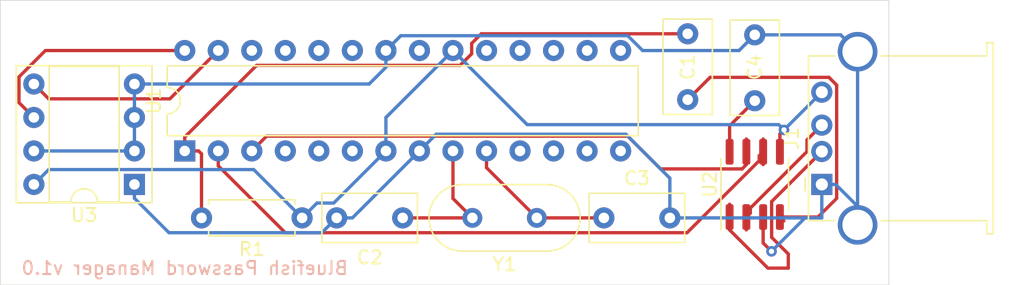
<source format=kicad_pcb>
(kicad_pcb (version 20171130) (host pcbnew 5.1.5)

  (general
    (thickness 1.6)
    (drawings 6)
    (tracks 122)
    (zones 0)
    (modules 10)
    (nets 31)
  )

  (page A4)
  (layers
    (0 F.Cu signal)
    (31 B.Cu signal)
    (32 B.Adhes user)
    (33 F.Adhes user)
    (34 B.Paste user)
    (35 F.Paste user)
    (36 B.SilkS user)
    (37 F.SilkS user)
    (38 B.Mask user)
    (39 F.Mask user)
    (40 Dwgs.User user)
    (41 Cmts.User user)
    (42 Eco1.User user)
    (43 Eco2.User user)
    (44 Edge.Cuts user)
    (45 Margin user)
    (46 B.CrtYd user)
    (47 F.CrtYd user)
    (48 B.Fab user)
    (49 F.Fab user)
  )

  (setup
    (last_trace_width 0.25)
    (trace_clearance 0.2)
    (zone_clearance 0.508)
    (zone_45_only no)
    (trace_min 0.2)
    (via_size 0.8)
    (via_drill 0.4)
    (via_min_size 0.4)
    (via_min_drill 0.3)
    (uvia_size 0.3)
    (uvia_drill 0.1)
    (uvias_allowed no)
    (uvia_min_size 0.2)
    (uvia_min_drill 0.1)
    (edge_width 0.05)
    (segment_width 0.2)
    (pcb_text_width 0.3)
    (pcb_text_size 1.5 1.5)
    (mod_edge_width 0.12)
    (mod_text_size 1 1)
    (mod_text_width 0.15)
    (pad_size 1.524 1.524)
    (pad_drill 0.762)
    (pad_to_mask_clearance 0.051)
    (solder_mask_min_width 0.25)
    (aux_axis_origin 0 0)
    (visible_elements FFFFFF7F)
    (pcbplotparams
      (layerselection 0x010fc_ffffffff)
      (usegerberextensions true)
      (usegerberattributes false)
      (usegerberadvancedattributes false)
      (creategerberjobfile false)
      (excludeedgelayer true)
      (linewidth 0.100000)
      (plotframeref false)
      (viasonmask false)
      (mode 1)
      (useauxorigin false)
      (hpglpennumber 1)
      (hpglpenspeed 20)
      (hpglpendiameter 15.000000)
      (psnegative false)
      (psa4output false)
      (plotreference true)
      (plotvalue true)
      (plotinvisibletext false)
      (padsonsilk false)
      (subtractmaskfromsilk false)
      (outputformat 1)
      (mirror false)
      (drillshape 0)
      (scaleselection 1)
      (outputdirectory "/home/howard/repos/arduino/bluefish-firmware/bluefish-hardware/"))
  )

  (net 0 "")
  (net 1 "Net-(C1-Pad1)")
  (net 2 "Net-(C1-Pad2)")
  (net 3 GND)
  (net 4 "Net-(C2-Pad1)")
  (net 5 "Net-(C3-Pad1)")
  (net 6 "Net-(C4-Pad1)")
  (net 7 "Net-(J1-Pad2)")
  (net 8 "Net-(J1-Pad3)")
  (net 9 +5V)
  (net 10 "Net-(U1-Pad15)")
  (net 11 "Net-(U1-Pad2)")
  (net 12 "Net-(U1-Pad16)")
  (net 13 "Net-(U1-Pad3)")
  (net 14 "Net-(U1-Pad17)")
  (net 15 "Net-(U1-Pad4)")
  (net 16 "Net-(U1-Pad18)")
  (net 17 "Net-(U1-Pad5)")
  (net 18 "Net-(U1-Pad19)")
  (net 19 "Net-(U1-Pad6)")
  (net 20 "Net-(U1-Pad21)")
  (net 21 "Net-(U1-Pad23)")
  (net 22 "Net-(U1-Pad24)")
  (net 23 "Net-(U1-Pad11)")
  (net 24 "Net-(U1-Pad25)")
  (net 25 "Net-(U1-Pad12)")
  (net 26 "Net-(U1-Pad26)")
  (net 27 "Net-(U1-Pad13)")
  (net 28 "Net-(U1-Pad27)")
  (net 29 "Net-(U1-Pad14)")
  (net 30 "Net-(U1-Pad28)")

  (net_class Default "This is the default net class."
    (clearance 0.2)
    (trace_width 0.25)
    (via_dia 0.8)
    (via_drill 0.4)
    (uvia_dia 0.3)
    (uvia_drill 0.1)
    (add_net +5V)
    (add_net GND)
    (add_net "Net-(C1-Pad1)")
    (add_net "Net-(C1-Pad2)")
    (add_net "Net-(C2-Pad1)")
    (add_net "Net-(C3-Pad1)")
    (add_net "Net-(C4-Pad1)")
    (add_net "Net-(J1-Pad2)")
    (add_net "Net-(J1-Pad3)")
    (add_net "Net-(U1-Pad11)")
    (add_net "Net-(U1-Pad12)")
    (add_net "Net-(U1-Pad13)")
    (add_net "Net-(U1-Pad14)")
    (add_net "Net-(U1-Pad15)")
    (add_net "Net-(U1-Pad16)")
    (add_net "Net-(U1-Pad17)")
    (add_net "Net-(U1-Pad18)")
    (add_net "Net-(U1-Pad19)")
    (add_net "Net-(U1-Pad2)")
    (add_net "Net-(U1-Pad21)")
    (add_net "Net-(U1-Pad23)")
    (add_net "Net-(U1-Pad24)")
    (add_net "Net-(U1-Pad25)")
    (add_net "Net-(U1-Pad26)")
    (add_net "Net-(U1-Pad27)")
    (add_net "Net-(U1-Pad28)")
    (add_net "Net-(U1-Pad3)")
    (add_net "Net-(U1-Pad4)")
    (add_net "Net-(U1-Pad5)")
    (add_net "Net-(U1-Pad6)")
  )

  (module Package_SO:SOIC-8_3.9x4.9mm_P1.27mm (layer F.Cu) (tedit 5D9F72B1) (tstamp 5E4ED591)
    (at 189.23 99.06 90)
    (descr "SOIC, 8 Pin (JEDEC MS-012AA, https://www.analog.com/media/en/package-pcb-resources/package/pkg_pdf/soic_narrow-r/r_8.pdf), generated with kicad-footprint-generator ipc_gullwing_generator.py")
    (tags "SOIC SO")
    (path /5E50CCC2)
    (attr smd)
    (fp_text reference U2 (at 0 -3.4 90) (layer F.SilkS)
      (effects (font (size 1 1) (thickness 0.15)))
    )
    (fp_text value CH330N (at 0 3.4 90) (layer F.Fab)
      (effects (font (size 1 1) (thickness 0.15)))
    )
    (fp_line (start 0 2.56) (end 1.95 2.56) (layer F.SilkS) (width 0.12))
    (fp_line (start 0 2.56) (end -1.95 2.56) (layer F.SilkS) (width 0.12))
    (fp_line (start 0 -2.56) (end 1.95 -2.56) (layer F.SilkS) (width 0.12))
    (fp_line (start 0 -2.56) (end -3.45 -2.56) (layer F.SilkS) (width 0.12))
    (fp_line (start -0.975 -2.45) (end 1.95 -2.45) (layer F.Fab) (width 0.1))
    (fp_line (start 1.95 -2.45) (end 1.95 2.45) (layer F.Fab) (width 0.1))
    (fp_line (start 1.95 2.45) (end -1.95 2.45) (layer F.Fab) (width 0.1))
    (fp_line (start -1.95 2.45) (end -1.95 -1.475) (layer F.Fab) (width 0.1))
    (fp_line (start -1.95 -1.475) (end -0.975 -2.45) (layer F.Fab) (width 0.1))
    (fp_line (start -3.7 -2.7) (end -3.7 2.7) (layer F.CrtYd) (width 0.05))
    (fp_line (start -3.7 2.7) (end 3.7 2.7) (layer F.CrtYd) (width 0.05))
    (fp_line (start 3.7 2.7) (end 3.7 -2.7) (layer F.CrtYd) (width 0.05))
    (fp_line (start 3.7 -2.7) (end -3.7 -2.7) (layer F.CrtYd) (width 0.05))
    (pad 1 smd roundrect (at -2.475 -1.905 90) (size 1.95 0.6) (layers F.Cu F.Paste F.Mask) (roundrect_rratio 0.25)
      (net 7 "Net-(J1-Pad2)"))
    (pad 2 smd roundrect (at -2.475 -0.635 90) (size 1.95 0.6) (layers F.Cu F.Paste F.Mask) (roundrect_rratio 0.25)
      (net 8 "Net-(J1-Pad3)"))
    (pad 3 smd roundrect (at -2.475 0.635 90) (size 1.95 0.6) (layers F.Cu F.Paste F.Mask) (roundrect_rratio 0.25)
      (net 3 GND))
    (pad 4 smd roundrect (at -2.475 1.905 90) (size 1.95 0.6) (layers F.Cu F.Paste F.Mask) (roundrect_rratio 0.25)
      (net 2 "Net-(C1-Pad2)"))
    (pad 5 smd roundrect (at 2.475 1.905 90) (size 1.95 0.6) (layers F.Cu F.Paste F.Mask) (roundrect_rratio 0.25)
      (net 9 +5V))
    (pad 6 smd roundrect (at 2.475 0.635 90) (size 1.95 0.6) (layers F.Cu F.Paste F.Mask) (roundrect_rratio 0.25)
      (net 11 "Net-(U1-Pad2)"))
    (pad 7 smd roundrect (at 2.475 -0.635 90) (size 1.95 0.6) (layers F.Cu F.Paste F.Mask) (roundrect_rratio 0.25)
      (net 13 "Net-(U1-Pad3)"))
    (pad 8 smd roundrect (at 2.475 -1.905 90) (size 1.95 0.6) (layers F.Cu F.Paste F.Mask) (roundrect_rratio 0.25)
      (net 6 "Net-(C4-Pad1)"))
    (model ${KISYS3DMOD}/Package_SO.3dshapes/SOIC-8_3.9x4.9mm_P1.27mm.wrl
      (at (xyz 0 0 0))
      (scale (xyz 1 1 1))
      (rotate (xyz 0 0 0))
    )
  )

  (module Capacitor_THT:C_Rect_L7.0mm_W3.5mm_P5.00mm (layer F.Cu) (tedit 5AE50EF0) (tstamp 5E4ED4C3)
    (at 184.15 87.63 270)
    (descr "C, Rect series, Radial, pin pitch=5.00mm, , length*width=7*3.5mm^2, Capacitor")
    (tags "C Rect series Radial pin pitch 5.00mm  length 7mm width 3.5mm Capacitor")
    (path /5E4FB3AA)
    (fp_text reference C1 (at 2.54 0 90) (layer F.SilkS)
      (effects (font (size 1 1) (thickness 0.15)))
    )
    (fp_text value 104 (at 2.5 3 90) (layer F.Fab)
      (effects (font (size 1 1) (thickness 0.15)))
    )
    (fp_line (start -1 -1.75) (end -1 1.75) (layer F.Fab) (width 0.1))
    (fp_line (start -1 1.75) (end 6 1.75) (layer F.Fab) (width 0.1))
    (fp_line (start 6 1.75) (end 6 -1.75) (layer F.Fab) (width 0.1))
    (fp_line (start 6 -1.75) (end -1 -1.75) (layer F.Fab) (width 0.1))
    (fp_line (start -1.12 -1.87) (end 6.12 -1.87) (layer F.SilkS) (width 0.12))
    (fp_line (start -1.12 1.87) (end 6.12 1.87) (layer F.SilkS) (width 0.12))
    (fp_line (start -1.12 -1.87) (end -1.12 1.87) (layer F.SilkS) (width 0.12))
    (fp_line (start 6.12 -1.87) (end 6.12 1.87) (layer F.SilkS) (width 0.12))
    (fp_line (start -1.25 -2) (end -1.25 2) (layer F.CrtYd) (width 0.05))
    (fp_line (start -1.25 2) (end 6.25 2) (layer F.CrtYd) (width 0.05))
    (fp_line (start 6.25 2) (end 6.25 -2) (layer F.CrtYd) (width 0.05))
    (fp_line (start 6.25 -2) (end -1.25 -2) (layer F.CrtYd) (width 0.05))
    (fp_text user %R (at 2.5 0 90) (layer F.Fab)
      (effects (font (size 1 1) (thickness 0.15)))
    )
    (pad 1 thru_hole circle (at 0 0 270) (size 1.6 1.6) (drill 0.8) (layers *.Cu *.Mask)
      (net 1 "Net-(C1-Pad1)"))
    (pad 2 thru_hole circle (at 5 0 270) (size 1.6 1.6) (drill 0.8) (layers *.Cu *.Mask)
      (net 2 "Net-(C1-Pad2)"))
    (model ${KISYS3DMOD}/Capacitor_THT.3dshapes/C_Rect_L7.0mm_W3.5mm_P5.00mm.wrl
      (at (xyz 0 0 0))
      (scale (xyz 1 1 1))
      (rotate (xyz 0 0 0))
    )
  )

  (module Capacitor_THT:C_Rect_L7.0mm_W3.5mm_P5.00mm (layer F.Cu) (tedit 5AE50EF0) (tstamp 5E4ED4D6)
    (at 162.56 101.6 180)
    (descr "C, Rect series, Radial, pin pitch=5.00mm, , length*width=7*3.5mm^2, Capacitor")
    (tags "C Rect series Radial pin pitch 5.00mm  length 7mm width 3.5mm Capacitor")
    (path /5DD4AFAF)
    (fp_text reference C2 (at 2.5 -3) (layer F.SilkS)
      (effects (font (size 1 1) (thickness 0.15)))
    )
    (fp_text value 200 (at 2.5 3) (layer F.Fab)
      (effects (font (size 1 1) (thickness 0.15)))
    )
    (fp_text user %R (at 2.5 0) (layer F.Fab)
      (effects (font (size 1 1) (thickness 0.15)))
    )
    (fp_line (start 6.25 -2) (end -1.25 -2) (layer F.CrtYd) (width 0.05))
    (fp_line (start 6.25 2) (end 6.25 -2) (layer F.CrtYd) (width 0.05))
    (fp_line (start -1.25 2) (end 6.25 2) (layer F.CrtYd) (width 0.05))
    (fp_line (start -1.25 -2) (end -1.25 2) (layer F.CrtYd) (width 0.05))
    (fp_line (start 6.12 -1.87) (end 6.12 1.87) (layer F.SilkS) (width 0.12))
    (fp_line (start -1.12 -1.87) (end -1.12 1.87) (layer F.SilkS) (width 0.12))
    (fp_line (start -1.12 1.87) (end 6.12 1.87) (layer F.SilkS) (width 0.12))
    (fp_line (start -1.12 -1.87) (end 6.12 -1.87) (layer F.SilkS) (width 0.12))
    (fp_line (start 6 -1.75) (end -1 -1.75) (layer F.Fab) (width 0.1))
    (fp_line (start 6 1.75) (end 6 -1.75) (layer F.Fab) (width 0.1))
    (fp_line (start -1 1.75) (end 6 1.75) (layer F.Fab) (width 0.1))
    (fp_line (start -1 -1.75) (end -1 1.75) (layer F.Fab) (width 0.1))
    (pad 2 thru_hole circle (at 5 0 180) (size 1.6 1.6) (drill 0.8) (layers *.Cu *.Mask)
      (net 3 GND))
    (pad 1 thru_hole circle (at 0 0 180) (size 1.6 1.6) (drill 0.8) (layers *.Cu *.Mask)
      (net 4 "Net-(C2-Pad1)"))
    (model ${KISYS3DMOD}/Capacitor_THT.3dshapes/C_Rect_L7.0mm_W3.5mm_P5.00mm.wrl
      (at (xyz 0 0 0))
      (scale (xyz 1 1 1))
      (rotate (xyz 0 0 0))
    )
  )

  (module Capacitor_THT:C_Rect_L7.0mm_W3.5mm_P5.00mm (layer F.Cu) (tedit 5AE50EF0) (tstamp 5E4ED4E9)
    (at 177.8 101.6)
    (descr "C, Rect series, Radial, pin pitch=5.00mm, , length*width=7*3.5mm^2, Capacitor")
    (tags "C Rect series Radial pin pitch 5.00mm  length 7mm width 3.5mm Capacitor")
    (path /5DD4A386)
    (fp_text reference C3 (at 2.5 -3) (layer F.SilkS)
      (effects (font (size 1 1) (thickness 0.15)))
    )
    (fp_text value 200 (at 2.5 3) (layer F.Fab)
      (effects (font (size 1 1) (thickness 0.15)))
    )
    (fp_line (start -1 -1.75) (end -1 1.75) (layer F.Fab) (width 0.1))
    (fp_line (start -1 1.75) (end 6 1.75) (layer F.Fab) (width 0.1))
    (fp_line (start 6 1.75) (end 6 -1.75) (layer F.Fab) (width 0.1))
    (fp_line (start 6 -1.75) (end -1 -1.75) (layer F.Fab) (width 0.1))
    (fp_line (start -1.12 -1.87) (end 6.12 -1.87) (layer F.SilkS) (width 0.12))
    (fp_line (start -1.12 1.87) (end 6.12 1.87) (layer F.SilkS) (width 0.12))
    (fp_line (start -1.12 -1.87) (end -1.12 1.87) (layer F.SilkS) (width 0.12))
    (fp_line (start 6.12 -1.87) (end 6.12 1.87) (layer F.SilkS) (width 0.12))
    (fp_line (start -1.25 -2) (end -1.25 2) (layer F.CrtYd) (width 0.05))
    (fp_line (start -1.25 2) (end 6.25 2) (layer F.CrtYd) (width 0.05))
    (fp_line (start 6.25 2) (end 6.25 -2) (layer F.CrtYd) (width 0.05))
    (fp_line (start 6.25 -2) (end -1.25 -2) (layer F.CrtYd) (width 0.05))
    (fp_text user %R (at 2.5 0) (layer F.Fab)
      (effects (font (size 1 1) (thickness 0.15)))
    )
    (pad 1 thru_hole circle (at 0 0) (size 1.6 1.6) (drill 0.8) (layers *.Cu *.Mask)
      (net 5 "Net-(C3-Pad1)"))
    (pad 2 thru_hole circle (at 5 0) (size 1.6 1.6) (drill 0.8) (layers *.Cu *.Mask)
      (net 3 GND))
    (model ${KISYS3DMOD}/Capacitor_THT.3dshapes/C_Rect_L7.0mm_W3.5mm_P5.00mm.wrl
      (at (xyz 0 0 0))
      (scale (xyz 1 1 1))
      (rotate (xyz 0 0 0))
    )
  )

  (module Capacitor_THT:C_Rect_L7.0mm_W3.5mm_P5.00mm (layer F.Cu) (tedit 5AE50EF0) (tstamp 5E4ED4FC)
    (at 189.23 92.71 90)
    (descr "C, Rect series, Radial, pin pitch=5.00mm, , length*width=7*3.5mm^2, Capacitor")
    (tags "C Rect series Radial pin pitch 5.00mm  length 7mm width 3.5mm Capacitor")
    (path /5E515CB9)
    (fp_text reference C4 (at 2.54 0 90) (layer F.SilkS)
      (effects (font (size 1 1) (thickness 0.15)))
    )
    (fp_text value 104 (at 2.5 3 90) (layer F.Fab)
      (effects (font (size 1 1) (thickness 0.15)))
    )
    (fp_text user %R (at 2.5 0 90) (layer F.Fab)
      (effects (font (size 1 1) (thickness 0.15)))
    )
    (fp_line (start 6.25 -2) (end -1.25 -2) (layer F.CrtYd) (width 0.05))
    (fp_line (start 6.25 2) (end 6.25 -2) (layer F.CrtYd) (width 0.05))
    (fp_line (start -1.25 2) (end 6.25 2) (layer F.CrtYd) (width 0.05))
    (fp_line (start -1.25 -2) (end -1.25 2) (layer F.CrtYd) (width 0.05))
    (fp_line (start 6.12 -1.87) (end 6.12 1.87) (layer F.SilkS) (width 0.12))
    (fp_line (start -1.12 -1.87) (end -1.12 1.87) (layer F.SilkS) (width 0.12))
    (fp_line (start -1.12 1.87) (end 6.12 1.87) (layer F.SilkS) (width 0.12))
    (fp_line (start -1.12 -1.87) (end 6.12 -1.87) (layer F.SilkS) (width 0.12))
    (fp_line (start 6 -1.75) (end -1 -1.75) (layer F.Fab) (width 0.1))
    (fp_line (start 6 1.75) (end 6 -1.75) (layer F.Fab) (width 0.1))
    (fp_line (start -1 1.75) (end 6 1.75) (layer F.Fab) (width 0.1))
    (fp_line (start -1 -1.75) (end -1 1.75) (layer F.Fab) (width 0.1))
    (pad 2 thru_hole circle (at 5 0 90) (size 1.6 1.6) (drill 0.8) (layers *.Cu *.Mask)
      (net 3 GND))
    (pad 1 thru_hole circle (at 0 0 90) (size 1.6 1.6) (drill 0.8) (layers *.Cu *.Mask)
      (net 6 "Net-(C4-Pad1)"))
    (model ${KISYS3DMOD}/Capacitor_THT.3dshapes/C_Rect_L7.0mm_W3.5mm_P5.00mm.wrl
      (at (xyz 0 0 0))
      (scale (xyz 1 1 1))
      (rotate (xyz 0 0 0))
    )
  )

  (module Connector_USB:USB_A_Stewart_SS-52100-001_Horizontal (layer F.Cu) (tedit 5CB49A87) (tstamp 5E4ED530)
    (at 194.31 99.06 90)
    (descr "USB A connector https://belfuse.com/resources/drawings/stewartconnector/dr-stw-ss-52100-001.pdf")
    (tags "USB_A Female Connector receptacle")
    (path /5E516F2E)
    (fp_text reference J1 (at 3.5 -2.26 90) (layer F.SilkS)
      (effects (font (size 1 1) (thickness 0.15)))
    )
    (fp_text value USB_A_Fixed (at 3.5 14.49 90) (layer F.Fab)
      (effects (font (size 1 1) (thickness 0.15)))
    )
    (fp_line (start 10.25 4.74) (end 11.25 4.74) (layer F.CrtYd) (width 0.05))
    (fp_line (start 10.25 11.99) (end 10.25 4.74) (layer F.CrtYd) (width 0.05))
    (fp_line (start 11.25 11.99) (end 10.25 11.99) (layer F.CrtYd) (width 0.05))
    (fp_line (start 11.25 13.49) (end 11.25 11.99) (layer F.CrtYd) (width 0.05))
    (fp_line (start -4.25 13.49) (end 11.25 13.49) (layer F.CrtYd) (width 0.05))
    (fp_line (start -4.25 11.99) (end -4.25 13.49) (layer F.CrtYd) (width 0.05))
    (fp_line (start -3.25 11.99) (end -4.25 11.99) (layer F.CrtYd) (width 0.05))
    (fp_line (start -3.25 4.74) (end -3.25 11.99) (layer F.CrtYd) (width 0.05))
    (fp_line (start 0 -0.76) (end 0.25 -1.01) (layer F.Fab) (width 0.1))
    (fp_line (start -0.25 -1.01) (end 0 -0.76) (layer F.Fab) (width 0.1))
    (fp_line (start -0.5 -1.26) (end 0.5 -1.26) (layer F.SilkS) (width 0.12))
    (fp_line (start -3.75 12.49) (end -3.75 12.99) (layer F.SilkS) (width 0.12))
    (fp_line (start -2.75 12.49) (end -3.75 12.49) (layer F.SilkS) (width 0.12))
    (fp_line (start -2.75 4.49) (end -2.75 12.49) (layer F.SilkS) (width 0.12))
    (fp_line (start -2.75 -1.01) (end -2.75 0.99) (layer F.SilkS) (width 0.12))
    (fp_line (start 9.75 -1.01) (end -2.75 -1.01) (layer F.SilkS) (width 0.12))
    (fp_line (start 9.75 0.99) (end 9.75 -1.01) (layer F.SilkS) (width 0.12))
    (fp_line (start 9.75 12.49) (end 9.75 4.49) (layer F.SilkS) (width 0.12))
    (fp_line (start 10.75 12.49) (end 9.75 12.49) (layer F.SilkS) (width 0.12))
    (fp_line (start 10.75 12.99) (end 10.75 12.49) (layer F.SilkS) (width 0.12))
    (fp_line (start -3.75 12.99) (end 10.75 12.99) (layer F.SilkS) (width 0.12))
    (fp_text user %R (at 3.5 5.99 90) (layer F.Fab)
      (effects (font (size 1 1) (thickness 0.15)))
    )
    (fp_line (start 9.75 12.49) (end 9.75 -1.01) (layer F.Fab) (width 0.1))
    (fp_line (start -2.75 -1.01) (end 9.75 -1.01) (layer F.Fab) (width 0.1))
    (fp_line (start -2.75 12.49) (end -2.75 -1.01) (layer F.Fab) (width 0.1))
    (fp_line (start -3.75 12.99) (end 10.75 12.99) (layer F.Fab) (width 0.1))
    (fp_line (start -3.75 12.99) (end -3.75 12.49) (layer F.Fab) (width 0.1))
    (fp_line (start -3.75 12.49) (end -2.75 12.49) (layer F.Fab) (width 0.1))
    (fp_line (start 9.75 12.49) (end 10.75 12.49) (layer F.Fab) (width 0.1))
    (fp_line (start 10.75 12.49) (end 10.75 12.99) (layer F.Fab) (width 0.1))
    (fp_line (start 12.15 1.99) (end 11.25 0.69) (layer F.CrtYd) (width 0.05))
    (fp_line (start 10.25 0.69) (end 11.25 0.69) (layer F.CrtYd) (width 0.05))
    (fp_line (start 12.15 1.99) (end 12.15 3.44) (layer F.CrtYd) (width 0.05))
    (fp_line (start 10.25 0.69) (end 10.25 -1.51) (layer F.CrtYd) (width 0.05))
    (fp_line (start 10.25 -1.51) (end -3.25 -1.51) (layer F.CrtYd) (width 0.05))
    (fp_line (start -3.25 0.69) (end -3.25 -1.51) (layer F.CrtYd) (width 0.05))
    (fp_line (start 12.15 3.44) (end 11.25 4.74) (layer F.CrtYd) (width 0.05))
    (fp_line (start -3.25 0.69) (end -4.25 0.69) (layer F.CrtYd) (width 0.05))
    (fp_line (start -5.15 3.44) (end -4.25 4.74) (layer F.CrtYd) (width 0.05))
    (fp_line (start -3.25 4.74) (end -4.25 4.74) (layer F.CrtYd) (width 0.05))
    (fp_line (start -5.15 3.44) (end -5.15 1.99) (layer F.CrtYd) (width 0.05))
    (fp_line (start -5.15 1.99) (end -4.25 0.69) (layer F.CrtYd) (width 0.05))
    (pad 5 thru_hole circle (at 10.07 2.71 90) (size 3 3) (drill 2.3) (layers *.Cu *.Mask)
      (net 3 GND))
    (pad 5 thru_hole circle (at -3.07 2.71 90) (size 3 3) (drill 2.3) (layers *.Cu *.Mask)
      (net 3 GND))
    (pad 1 thru_hole rect (at 0 0 90) (size 1.6 1.6) (drill 0.92) (layers *.Cu *.Mask)
      (net 3 GND))
    (pad 2 thru_hole circle (at 2.5 0 90) (size 1.6 1.6) (drill 0.92) (layers *.Cu *.Mask)
      (net 7 "Net-(J1-Pad2)"))
    (pad 3 thru_hole circle (at 4.5 0 90) (size 1.6 1.6) (drill 0.92) (layers *.Cu *.Mask)
      (net 8 "Net-(J1-Pad3)"))
    (pad 4 thru_hole circle (at 7 0 90) (size 1.6 1.6) (drill 0.92) (layers *.Cu *.Mask)
      (net 9 +5V))
    (model ${KISYS3DMOD}/Connector_USB.3dshapes/USB_A_Stewart_SS-52100-001_Horizontal.wrl
      (at (xyz 0 0 0))
      (scale (xyz 1 1 1))
      (rotate (xyz 0 0 0))
    )
  )

  (module Resistor_THT:R_Axial_DIN0207_L6.3mm_D2.5mm_P7.62mm_Horizontal (layer F.Cu) (tedit 5AE5139B) (tstamp 5E4ED547)
    (at 154.94 101.6 180)
    (descr "Resistor, Axial_DIN0207 series, Axial, Horizontal, pin pitch=7.62mm, 0.25W = 1/4W, length*diameter=6.3*2.5mm^2, http://cdn-reichelt.de/documents/datenblatt/B400/1_4W%23YAG.pdf")
    (tags "Resistor Axial_DIN0207 series Axial Horizontal pin pitch 7.62mm 0.25W = 1/4W length 6.3mm diameter 2.5mm")
    (path /5E50BC2A)
    (fp_text reference R1 (at 3.81 -2.37) (layer F.SilkS)
      (effects (font (size 1 1) (thickness 0.15)))
    )
    (fp_text value 10K (at 3.81 2.37) (layer F.Fab)
      (effects (font (size 1 1) (thickness 0.15)))
    )
    (fp_line (start 0.66 -1.25) (end 0.66 1.25) (layer F.Fab) (width 0.1))
    (fp_line (start 0.66 1.25) (end 6.96 1.25) (layer F.Fab) (width 0.1))
    (fp_line (start 6.96 1.25) (end 6.96 -1.25) (layer F.Fab) (width 0.1))
    (fp_line (start 6.96 -1.25) (end 0.66 -1.25) (layer F.Fab) (width 0.1))
    (fp_line (start 0 0) (end 0.66 0) (layer F.Fab) (width 0.1))
    (fp_line (start 7.62 0) (end 6.96 0) (layer F.Fab) (width 0.1))
    (fp_line (start 0.54 -1.04) (end 0.54 -1.37) (layer F.SilkS) (width 0.12))
    (fp_line (start 0.54 -1.37) (end 7.08 -1.37) (layer F.SilkS) (width 0.12))
    (fp_line (start 7.08 -1.37) (end 7.08 -1.04) (layer F.SilkS) (width 0.12))
    (fp_line (start 0.54 1.04) (end 0.54 1.37) (layer F.SilkS) (width 0.12))
    (fp_line (start 0.54 1.37) (end 7.08 1.37) (layer F.SilkS) (width 0.12))
    (fp_line (start 7.08 1.37) (end 7.08 1.04) (layer F.SilkS) (width 0.12))
    (fp_line (start -1.05 -1.5) (end -1.05 1.5) (layer F.CrtYd) (width 0.05))
    (fp_line (start -1.05 1.5) (end 8.67 1.5) (layer F.CrtYd) (width 0.05))
    (fp_line (start 8.67 1.5) (end 8.67 -1.5) (layer F.CrtYd) (width 0.05))
    (fp_line (start 8.67 -1.5) (end -1.05 -1.5) (layer F.CrtYd) (width 0.05))
    (fp_text user %R (at 3.81 0) (layer F.Fab)
      (effects (font (size 1 1) (thickness 0.15)))
    )
    (pad 1 thru_hole circle (at 0 0 180) (size 1.6 1.6) (drill 0.8) (layers *.Cu *.Mask)
      (net 9 +5V))
    (pad 2 thru_hole oval (at 7.62 0 180) (size 1.6 1.6) (drill 0.8) (layers *.Cu *.Mask)
      (net 1 "Net-(C1-Pad1)"))
    (model ${KISYS3DMOD}/Resistor_THT.3dshapes/R_Axial_DIN0207_L6.3mm_D2.5mm_P7.62mm_Horizontal.wrl
      (at (xyz 0 0 0))
      (scale (xyz 1 1 1))
      (rotate (xyz 0 0 0))
    )
  )

  (module Package_DIP:DIP-28_W7.62mm (layer F.Cu) (tedit 5A02E8C5) (tstamp 5E4ED577)
    (at 146.05 96.52 90)
    (descr "28-lead though-hole mounted DIP package, row spacing 7.62 mm (300 mils)")
    (tags "THT DIP DIL PDIP 2.54mm 7.62mm 300mil")
    (path /5DD40DE9)
    (fp_text reference U1 (at 3.81 -2.33 90) (layer F.SilkS)
      (effects (font (size 1 1) (thickness 0.15)))
    )
    (fp_text value ATmega328P-PU (at 3.81 35.35 90) (layer F.Fab)
      (effects (font (size 1 1) (thickness 0.15)))
    )
    (fp_arc (start 3.81 -1.33) (end 2.81 -1.33) (angle -180) (layer F.SilkS) (width 0.12))
    (fp_line (start 1.635 -1.27) (end 6.985 -1.27) (layer F.Fab) (width 0.1))
    (fp_line (start 6.985 -1.27) (end 6.985 34.29) (layer F.Fab) (width 0.1))
    (fp_line (start 6.985 34.29) (end 0.635 34.29) (layer F.Fab) (width 0.1))
    (fp_line (start 0.635 34.29) (end 0.635 -0.27) (layer F.Fab) (width 0.1))
    (fp_line (start 0.635 -0.27) (end 1.635 -1.27) (layer F.Fab) (width 0.1))
    (fp_line (start 2.81 -1.33) (end 1.16 -1.33) (layer F.SilkS) (width 0.12))
    (fp_line (start 1.16 -1.33) (end 1.16 34.35) (layer F.SilkS) (width 0.12))
    (fp_line (start 1.16 34.35) (end 6.46 34.35) (layer F.SilkS) (width 0.12))
    (fp_line (start 6.46 34.35) (end 6.46 -1.33) (layer F.SilkS) (width 0.12))
    (fp_line (start 6.46 -1.33) (end 4.81 -1.33) (layer F.SilkS) (width 0.12))
    (fp_line (start -1.1 -1.55) (end -1.1 34.55) (layer F.CrtYd) (width 0.05))
    (fp_line (start -1.1 34.55) (end 8.7 34.55) (layer F.CrtYd) (width 0.05))
    (fp_line (start 8.7 34.55) (end 8.7 -1.55) (layer F.CrtYd) (width 0.05))
    (fp_line (start 8.7 -1.55) (end -1.1 -1.55) (layer F.CrtYd) (width 0.05))
    (fp_text user %R (at 3.81 16.51 90) (layer F.Fab)
      (effects (font (size 1 1) (thickness 0.15)))
    )
    (pad 1 thru_hole rect (at 0 0 90) (size 1.6 1.6) (drill 0.8) (layers *.Cu *.Mask)
      (net 1 "Net-(C1-Pad1)"))
    (pad 15 thru_hole oval (at 7.62 33.02 90) (size 1.6 1.6) (drill 0.8) (layers *.Cu *.Mask)
      (net 10 "Net-(U1-Pad15)"))
    (pad 2 thru_hole oval (at 0 2.54 90) (size 1.6 1.6) (drill 0.8) (layers *.Cu *.Mask)
      (net 11 "Net-(U1-Pad2)"))
    (pad 16 thru_hole oval (at 7.62 30.48 90) (size 1.6 1.6) (drill 0.8) (layers *.Cu *.Mask)
      (net 12 "Net-(U1-Pad16)"))
    (pad 3 thru_hole oval (at 0 5.08 90) (size 1.6 1.6) (drill 0.8) (layers *.Cu *.Mask)
      (net 13 "Net-(U1-Pad3)"))
    (pad 17 thru_hole oval (at 7.62 27.94 90) (size 1.6 1.6) (drill 0.8) (layers *.Cu *.Mask)
      (net 14 "Net-(U1-Pad17)"))
    (pad 4 thru_hole oval (at 0 7.62 90) (size 1.6 1.6) (drill 0.8) (layers *.Cu *.Mask)
      (net 15 "Net-(U1-Pad4)"))
    (pad 18 thru_hole oval (at 7.62 25.4 90) (size 1.6 1.6) (drill 0.8) (layers *.Cu *.Mask)
      (net 16 "Net-(U1-Pad18)"))
    (pad 5 thru_hole oval (at 0 10.16 90) (size 1.6 1.6) (drill 0.8) (layers *.Cu *.Mask)
      (net 17 "Net-(U1-Pad5)"))
    (pad 19 thru_hole oval (at 7.62 22.86 90) (size 1.6 1.6) (drill 0.8) (layers *.Cu *.Mask)
      (net 18 "Net-(U1-Pad19)"))
    (pad 6 thru_hole oval (at 0 12.7 90) (size 1.6 1.6) (drill 0.8) (layers *.Cu *.Mask)
      (net 19 "Net-(U1-Pad6)"))
    (pad 20 thru_hole oval (at 7.62 20.32 90) (size 1.6 1.6) (drill 0.8) (layers *.Cu *.Mask)
      (net 9 +5V))
    (pad 7 thru_hole oval (at 0 15.24 90) (size 1.6 1.6) (drill 0.8) (layers *.Cu *.Mask)
      (net 9 +5V))
    (pad 21 thru_hole oval (at 7.62 17.78 90) (size 1.6 1.6) (drill 0.8) (layers *.Cu *.Mask)
      (net 20 "Net-(U1-Pad21)"))
    (pad 8 thru_hole oval (at 0 17.78 90) (size 1.6 1.6) (drill 0.8) (layers *.Cu *.Mask)
      (net 3 GND))
    (pad 22 thru_hole oval (at 7.62 15.24 90) (size 1.6 1.6) (drill 0.8) (layers *.Cu *.Mask)
      (net 3 GND))
    (pad 9 thru_hole oval (at 0 20.32 90) (size 1.6 1.6) (drill 0.8) (layers *.Cu *.Mask)
      (net 4 "Net-(C2-Pad1)"))
    (pad 23 thru_hole oval (at 7.62 12.7 90) (size 1.6 1.6) (drill 0.8) (layers *.Cu *.Mask)
      (net 21 "Net-(U1-Pad23)"))
    (pad 10 thru_hole oval (at 0 22.86 90) (size 1.6 1.6) (drill 0.8) (layers *.Cu *.Mask)
      (net 5 "Net-(C3-Pad1)"))
    (pad 24 thru_hole oval (at 7.62 10.16 90) (size 1.6 1.6) (drill 0.8) (layers *.Cu *.Mask)
      (net 22 "Net-(U1-Pad24)"))
    (pad 11 thru_hole oval (at 0 25.4 90) (size 1.6 1.6) (drill 0.8) (layers *.Cu *.Mask)
      (net 23 "Net-(U1-Pad11)"))
    (pad 25 thru_hole oval (at 7.62 7.62 90) (size 1.6 1.6) (drill 0.8) (layers *.Cu *.Mask)
      (net 24 "Net-(U1-Pad25)"))
    (pad 12 thru_hole oval (at 0 27.94 90) (size 1.6 1.6) (drill 0.8) (layers *.Cu *.Mask)
      (net 25 "Net-(U1-Pad12)"))
    (pad 26 thru_hole oval (at 7.62 5.08 90) (size 1.6 1.6) (drill 0.8) (layers *.Cu *.Mask)
      (net 26 "Net-(U1-Pad26)"))
    (pad 13 thru_hole oval (at 0 30.48 90) (size 1.6 1.6) (drill 0.8) (layers *.Cu *.Mask)
      (net 27 "Net-(U1-Pad13)"))
    (pad 27 thru_hole oval (at 7.62 2.54 90) (size 1.6 1.6) (drill 0.8) (layers *.Cu *.Mask)
      (net 28 "Net-(U1-Pad27)"))
    (pad 14 thru_hole oval (at 0 33.02 90) (size 1.6 1.6) (drill 0.8) (layers *.Cu *.Mask)
      (net 29 "Net-(U1-Pad14)"))
    (pad 28 thru_hole oval (at 7.62 0 90) (size 1.6 1.6) (drill 0.8) (layers *.Cu *.Mask)
      (net 30 "Net-(U1-Pad28)"))
    (model ${KISYS3DMOD}/Package_DIP.3dshapes/DIP-28_W7.62mm.wrl
      (at (xyz 0 0 0))
      (scale (xyz 1 1 1))
      (rotate (xyz 0 0 0))
    )
  )

  (module Package_DIP:DIP-8_W7.62mm_Socket (layer F.Cu) (tedit 5A02E8C5) (tstamp 5E4ED5B5)
    (at 142.24 99.06 180)
    (descr "8-lead though-hole mounted DIP package, row spacing 7.62 mm (300 mils), Socket")
    (tags "THT DIP DIL PDIP 2.54mm 7.62mm 300mil Socket")
    (path /5DD43866)
    (fp_text reference U3 (at 3.81 -2.33) (layer F.SilkS)
      (effects (font (size 1 1) (thickness 0.15)))
    )
    (fp_text value 24LC512 (at 3.81 9.95) (layer F.Fab)
      (effects (font (size 1 1) (thickness 0.15)))
    )
    (fp_arc (start 3.81 -1.33) (end 2.81 -1.33) (angle -180) (layer F.SilkS) (width 0.12))
    (fp_line (start 1.635 -1.27) (end 6.985 -1.27) (layer F.Fab) (width 0.1))
    (fp_line (start 6.985 -1.27) (end 6.985 8.89) (layer F.Fab) (width 0.1))
    (fp_line (start 6.985 8.89) (end 0.635 8.89) (layer F.Fab) (width 0.1))
    (fp_line (start 0.635 8.89) (end 0.635 -0.27) (layer F.Fab) (width 0.1))
    (fp_line (start 0.635 -0.27) (end 1.635 -1.27) (layer F.Fab) (width 0.1))
    (fp_line (start -1.27 -1.33) (end -1.27 8.95) (layer F.Fab) (width 0.1))
    (fp_line (start -1.27 8.95) (end 8.89 8.95) (layer F.Fab) (width 0.1))
    (fp_line (start 8.89 8.95) (end 8.89 -1.33) (layer F.Fab) (width 0.1))
    (fp_line (start 8.89 -1.33) (end -1.27 -1.33) (layer F.Fab) (width 0.1))
    (fp_line (start 2.81 -1.33) (end 1.16 -1.33) (layer F.SilkS) (width 0.12))
    (fp_line (start 1.16 -1.33) (end 1.16 8.95) (layer F.SilkS) (width 0.12))
    (fp_line (start 1.16 8.95) (end 6.46 8.95) (layer F.SilkS) (width 0.12))
    (fp_line (start 6.46 8.95) (end 6.46 -1.33) (layer F.SilkS) (width 0.12))
    (fp_line (start 6.46 -1.33) (end 4.81 -1.33) (layer F.SilkS) (width 0.12))
    (fp_line (start -1.33 -1.39) (end -1.33 9.01) (layer F.SilkS) (width 0.12))
    (fp_line (start -1.33 9.01) (end 8.95 9.01) (layer F.SilkS) (width 0.12))
    (fp_line (start 8.95 9.01) (end 8.95 -1.39) (layer F.SilkS) (width 0.12))
    (fp_line (start 8.95 -1.39) (end -1.33 -1.39) (layer F.SilkS) (width 0.12))
    (fp_line (start -1.55 -1.6) (end -1.55 9.2) (layer F.CrtYd) (width 0.05))
    (fp_line (start -1.55 9.2) (end 9.15 9.2) (layer F.CrtYd) (width 0.05))
    (fp_line (start 9.15 9.2) (end 9.15 -1.6) (layer F.CrtYd) (width 0.05))
    (fp_line (start 9.15 -1.6) (end -1.55 -1.6) (layer F.CrtYd) (width 0.05))
    (fp_text user %R (at 3.81 3.81) (layer F.Fab)
      (effects (font (size 1 1) (thickness 0.15)))
    )
    (pad 1 thru_hole rect (at 0 0 180) (size 1.6 1.6) (drill 0.8) (layers *.Cu *.Mask)
      (net 3 GND))
    (pad 5 thru_hole oval (at 7.62 7.62 180) (size 1.6 1.6) (drill 0.8) (layers *.Cu *.Mask)
      (net 28 "Net-(U1-Pad27)"))
    (pad 2 thru_hole oval (at 0 2.54 180) (size 1.6 1.6) (drill 0.8) (layers *.Cu *.Mask)
      (net 3 GND))
    (pad 6 thru_hole oval (at 7.62 5.08 180) (size 1.6 1.6) (drill 0.8) (layers *.Cu *.Mask)
      (net 30 "Net-(U1-Pad28)"))
    (pad 3 thru_hole oval (at 0 5.08 180) (size 1.6 1.6) (drill 0.8) (layers *.Cu *.Mask)
      (net 3 GND))
    (pad 7 thru_hole oval (at 7.62 2.54 180) (size 1.6 1.6) (drill 0.8) (layers *.Cu *.Mask)
      (net 3 GND))
    (pad 4 thru_hole oval (at 0 7.62 180) (size 1.6 1.6) (drill 0.8) (layers *.Cu *.Mask)
      (net 3 GND))
    (pad 8 thru_hole oval (at 7.62 0 180) (size 1.6 1.6) (drill 0.8) (layers *.Cu *.Mask)
      (net 9 +5V))
    (model ${KISYS3DMOD}/Package_DIP.3dshapes/DIP-8_W7.62mm_Socket.wrl
      (at (xyz 0 0 0))
      (scale (xyz 1 1 1))
      (rotate (xyz 0 0 0))
    )
  )

  (module Crystal:Crystal_HC49-4H_Vertical (layer F.Cu) (tedit 5A1AD3B7) (tstamp 5E4ED5CC)
    (at 172.72 101.6 180)
    (descr "Crystal THT HC-49-4H http://5hertz.com/pdfs/04404_D.pdf")
    (tags "THT crystalHC-49-4H")
    (path /5DD45C51)
    (fp_text reference Y1 (at 2.44 -3.525) (layer F.SilkS)
      (effects (font (size 1 1) (thickness 0.15)))
    )
    (fp_text value Crystal (at 2.44 3.525) (layer F.Fab)
      (effects (font (size 1 1) (thickness 0.15)))
    )
    (fp_text user %R (at 2.44 0) (layer F.Fab)
      (effects (font (size 1 1) (thickness 0.15)))
    )
    (fp_line (start -0.76 -2.325) (end 5.64 -2.325) (layer F.Fab) (width 0.1))
    (fp_line (start -0.76 2.325) (end 5.64 2.325) (layer F.Fab) (width 0.1))
    (fp_line (start -0.56 -2) (end 5.44 -2) (layer F.Fab) (width 0.1))
    (fp_line (start -0.56 2) (end 5.44 2) (layer F.Fab) (width 0.1))
    (fp_line (start -0.76 -2.525) (end 5.64 -2.525) (layer F.SilkS) (width 0.12))
    (fp_line (start -0.76 2.525) (end 5.64 2.525) (layer F.SilkS) (width 0.12))
    (fp_line (start -3.6 -2.8) (end -3.6 2.8) (layer F.CrtYd) (width 0.05))
    (fp_line (start -3.6 2.8) (end 8.5 2.8) (layer F.CrtYd) (width 0.05))
    (fp_line (start 8.5 2.8) (end 8.5 -2.8) (layer F.CrtYd) (width 0.05))
    (fp_line (start 8.5 -2.8) (end -3.6 -2.8) (layer F.CrtYd) (width 0.05))
    (fp_arc (start -0.76 0) (end -0.76 -2.325) (angle -180) (layer F.Fab) (width 0.1))
    (fp_arc (start 5.64 0) (end 5.64 -2.325) (angle 180) (layer F.Fab) (width 0.1))
    (fp_arc (start -0.56 0) (end -0.56 -2) (angle -180) (layer F.Fab) (width 0.1))
    (fp_arc (start 5.44 0) (end 5.44 -2) (angle 180) (layer F.Fab) (width 0.1))
    (fp_arc (start -0.76 0) (end -0.76 -2.525) (angle -180) (layer F.SilkS) (width 0.12))
    (fp_arc (start 5.64 0) (end 5.64 -2.525) (angle 180) (layer F.SilkS) (width 0.12))
    (pad 1 thru_hole circle (at 0 0 180) (size 1.5 1.5) (drill 0.8) (layers *.Cu *.Mask)
      (net 5 "Net-(C3-Pad1)"))
    (pad 2 thru_hole circle (at 4.88 0 180) (size 1.5 1.5) (drill 0.8) (layers *.Cu *.Mask)
      (net 4 "Net-(C2-Pad1)"))
    (model ${KISYS3DMOD}/Crystal.3dshapes/Crystal_HC49-4H_Vertical.wrl
      (at (xyz 0 0 0))
      (scale (xyz 1 1 1))
      (rotate (xyz 0 0 0))
    )
  )

  (gr_text "Bluefish Password Manager v1.0" (at 146.05 105.41) (layer B.SilkS)
    (effects (font (size 1 1) (thickness 0.15)) (justify mirror))
  )
  (gr_line (start 199.39 106.68) (end 199.39 85.09) (layer Edge.Cuts) (width 0.05) (tstamp 5E4EE64E))
  (gr_line (start 132.08 106.68) (end 199.39 106.68) (layer Edge.Cuts) (width 0.05))
  (gr_line (start 132.08 105.41) (end 132.08 106.68) (layer Edge.Cuts) (width 0.05))
  (gr_line (start 132.08 85.09) (end 132.08 105.41) (layer Edge.Cuts) (width 0.05))
  (gr_line (start 199.39 85.09) (end 132.08 85.09) (layer Edge.Cuts) (width 0.05))

  (segment (start 147.1 96.52) (end 146.05 96.52) (width 0.25) (layer F.Cu) (net 1))
  (segment (start 147.32 96.74) (end 147.1 96.52) (width 0.25) (layer F.Cu) (net 1))
  (segment (start 147.32 101.6) (end 147.32 96.74) (width 0.25) (layer F.Cu) (net 1))
  (segment (start 168.514998 87.63) (end 183.01863 87.63) (width 0.25) (layer F.Cu) (net 1))
  (segment (start 183.01863 87.63) (end 184.15 87.63) (width 0.25) (layer F.Cu) (net 1))
  (segment (start 167.784999 88.359999) (end 168.514998 87.63) (width 0.25) (layer F.Cu) (net 1))
  (segment (start 166.910001 90.025001) (end 167.784999 89.150003) (width 0.25) (layer F.Cu) (net 1))
  (segment (start 167.784999 89.150003) (end 167.784999 88.359999) (width 0.25) (layer F.Cu) (net 1))
  (segment (start 151.494999 90.025001) (end 166.910001 90.025001) (width 0.25) (layer F.Cu) (net 1))
  (segment (start 146.05 95.47) (end 151.494999 90.025001) (width 0.25) (layer F.Cu) (net 1))
  (segment (start 146.05 96.52) (end 146.05 95.47) (width 0.25) (layer F.Cu) (net 1))
  (segment (start 191.435 101.835) (end 191.135 101.535) (width 0.25) (layer F.Cu) (net 2))
  (segment (start 185.845001 90.934999) (end 194.850001 90.934999) (width 0.25) (layer F.Cu) (net 2))
  (segment (start 184.15 92.63) (end 185.845001 90.934999) (width 0.25) (layer F.Cu) (net 2))
  (segment (start 191.435 101.535) (end 191.135 101.535) (width 0.25) (layer F.Cu) (net 2))
  (segment (start 194.020002 101.535) (end 191.435 101.535) (width 0.25) (layer F.Cu) (net 2))
  (segment (start 195.435001 100.120001) (end 194.020002 101.535) (width 0.25) (layer F.Cu) (net 2))
  (segment (start 195.435001 91.519999) (end 195.435001 100.120001) (width 0.25) (layer F.Cu) (net 2))
  (segment (start 194.850001 90.934999) (end 195.435001 91.519999) (width 0.25) (layer F.Cu) (net 2))
  (segment (start 197.02 88.99) (end 197.02 102.13) (width 0.25) (layer B.Cu) (net 3))
  (segment (start 197.02 100.72) (end 197.02 102.13) (width 0.25) (layer B.Cu) (net 3))
  (segment (start 195.36 99.06) (end 197.02 100.72) (width 0.25) (layer B.Cu) (net 3))
  (segment (start 194.31 99.06) (end 195.36 99.06) (width 0.25) (layer B.Cu) (net 3))
  (segment (start 194.31 99.06) (end 194.31 101.6) (width 0.25) (layer B.Cu) (net 3))
  (segment (start 182.8 98.584998) (end 179.465002 95.25) (width 0.25) (layer B.Cu) (net 3))
  (segment (start 182.8 101.6) (end 182.8 98.584998) (width 0.25) (layer B.Cu) (net 3))
  (segment (start 165.1 95.25) (end 163.83 96.52) (width 0.25) (layer B.Cu) (net 3))
  (segment (start 179.465002 95.25) (end 165.1 95.25) (width 0.25) (layer B.Cu) (net 3))
  (segment (start 163.030001 97.319999) (end 163.83 96.52) (width 0.25) (layer B.Cu) (net 3))
  (segment (start 158.75 101.6) (end 163.030001 97.319999) (width 0.25) (layer B.Cu) (net 3))
  (segment (start 157.56 101.6) (end 158.75 101.6) (width 0.25) (layer B.Cu) (net 3))
  (segment (start 195.74 87.71) (end 197.02 88.99) (width 0.25) (layer B.Cu) (net 3))
  (segment (start 189.23 87.71) (end 195.74 87.71) (width 0.25) (layer B.Cu) (net 3))
  (segment (start 179.610001 87.774999) (end 180.735002 88.9) (width 0.25) (layer B.Cu) (net 3))
  (segment (start 188.04 88.9) (end 188.430001 88.509999) (width 0.25) (layer B.Cu) (net 3))
  (segment (start 162.415001 87.774999) (end 179.610001 87.774999) (width 0.25) (layer B.Cu) (net 3))
  (segment (start 188.430001 88.509999) (end 189.23 87.71) (width 0.25) (layer B.Cu) (net 3))
  (segment (start 180.735002 88.9) (end 188.04 88.9) (width 0.25) (layer B.Cu) (net 3))
  (segment (start 161.29 88.9) (end 162.415001 87.774999) (width 0.25) (layer B.Cu) (net 3))
  (segment (start 193.04 101.6) (end 190.5 104.14) (width 0.25) (layer B.Cu) (net 3))
  (segment (start 193.04 101.6) (end 182.8 101.6) (width 0.25) (layer B.Cu) (net 3))
  (segment (start 194.31 101.6) (end 193.04 101.6) (width 0.25) (layer B.Cu) (net 3))
  (segment (start 190.5 104.14) (end 190.5 104.14) (width 0.25) (layer B.Cu) (net 3) (tstamp 5E4EDEEE))
  (via (at 190.5 104.14) (size 0.8) (drill 0.4) (layers F.Cu B.Cu) (net 3))
  (segment (start 156.434999 102.725001) (end 156.760001 102.399999) (width 0.25) (layer B.Cu) (net 3))
  (segment (start 156.760001 102.399999) (end 157.56 101.6) (width 0.25) (layer B.Cu) (net 3))
  (segment (start 144.855001 102.725001) (end 156.434999 102.725001) (width 0.25) (layer B.Cu) (net 3))
  (segment (start 142.24 100.11) (end 144.855001 102.725001) (width 0.25) (layer B.Cu) (net 3))
  (segment (start 142.24 99.06) (end 142.24 100.11) (width 0.25) (layer B.Cu) (net 3))
  (segment (start 142.24 91.44) (end 142.24 93.98) (width 0.25) (layer B.Cu) (net 3))
  (segment (start 142.24 93.98) (end 142.24 96.52) (width 0.25) (layer B.Cu) (net 3))
  (segment (start 142.24 96.52) (end 134.62 96.52) (width 0.25) (layer B.Cu) (net 3))
  (segment (start 142.24 91.44) (end 160.02 91.44) (width 0.25) (layer B.Cu) (net 3))
  (segment (start 161.29 90.17) (end 161.29 88.9) (width 0.25) (layer B.Cu) (net 3))
  (segment (start 160.02 91.44) (end 161.29 90.17) (width 0.25) (layer B.Cu) (net 3))
  (segment (start 189.865 103.505) (end 190.5 104.14) (width 0.25) (layer F.Cu) (net 3))
  (segment (start 189.865 101.535) (end 189.865 103.505) (width 0.25) (layer F.Cu) (net 3))
  (segment (start 166.37 100.13) (end 167.84 101.6) (width 0.25) (layer F.Cu) (net 4))
  (segment (start 166.37 96.52) (end 166.37 100.13) (width 0.25) (layer F.Cu) (net 4))
  (segment (start 167.84 101.6) (end 162.56 101.6) (width 0.25) (layer F.Cu) (net 4))
  (segment (start 177.8 101.6) (end 172.72 101.6) (width 0.25) (layer F.Cu) (net 5))
  (segment (start 168.91 97.79) (end 172.72 101.6) (width 0.25) (layer F.Cu) (net 5))
  (segment (start 168.91 96.52) (end 168.91 97.79) (width 0.25) (layer F.Cu) (net 5))
  (segment (start 187.325 94.615) (end 187.325 96.585) (width 0.25) (layer F.Cu) (net 6))
  (segment (start 189.23 92.71) (end 187.325 94.615) (width 0.25) (layer F.Cu) (net 6))
  (segment (start 187.325 100.56) (end 187.325 101.535) (width 0.25) (layer F.Cu) (net 7))
  (segment (start 190.50999 103.076988) (end 191.77 104.336998) (width 0.25) (layer F.Cu) (net 7))
  (segment (start 194.31 96.56) (end 190.50999 100.36001) (width 0.25) (layer F.Cu) (net 7))
  (segment (start 190.50999 100.36001) (end 190.50999 103.076988) (width 0.25) (layer F.Cu) (net 7))
  (segment (start 191.77 104.336998) (end 191.77 105.41) (width 0.25) (layer F.Cu) (net 7))
  (segment (start 187.325 102.51) (end 187.325 101.535) (width 0.25) (layer F.Cu) (net 7))
  (segment (start 190.225 105.41) (end 187.325 102.51) (width 0.25) (layer F.Cu) (net 7))
  (segment (start 191.77 105.41) (end 190.225 105.41) (width 0.25) (layer F.Cu) (net 7))
  (segment (start 188.595 102.51) (end 188.595 101.535) (width 0.25) (layer F.Cu) (net 8))
  (segment (start 188.895 101.235) (end 188.595 101.535) (width 0.25) (layer F.Cu) (net 8))
  (segment (start 193.184999 95.685001) (end 193.184999 96.568233) (width 0.25) (layer F.Cu) (net 8))
  (segment (start 188.895 100.858232) (end 188.895 101.235) (width 0.25) (layer F.Cu) (net 8))
  (segment (start 193.184999 96.568233) (end 188.895 100.858232) (width 0.25) (layer F.Cu) (net 8))
  (segment (start 194.31 94.56) (end 193.184999 95.685001) (width 0.25) (layer F.Cu) (net 8))
  (segment (start 156.065001 100.474999) (end 157.335001 100.474999) (width 0.25) (layer B.Cu) (net 9))
  (segment (start 160.490001 97.319999) (end 161.29 96.52) (width 0.25) (layer B.Cu) (net 9))
  (segment (start 157.335001 100.474999) (end 160.490001 97.319999) (width 0.25) (layer B.Cu) (net 9))
  (segment (start 154.94 101.6) (end 156.065001 100.474999) (width 0.25) (layer B.Cu) (net 9))
  (segment (start 161.29 93.98) (end 166.37 88.9) (width 0.25) (layer B.Cu) (net 9))
  (segment (start 161.29 96.52) (end 161.29 93.98) (width 0.25) (layer B.Cu) (net 9))
  (segment (start 154.140001 100.800001) (end 154.94 101.6) (width 0.25) (layer B.Cu) (net 9))
  (segment (start 151.274999 97.934999) (end 154.140001 100.800001) (width 0.25) (layer B.Cu) (net 9))
  (segment (start 135.745001 97.934999) (end 151.274999 97.934999) (width 0.25) (layer B.Cu) (net 9))
  (segment (start 134.62 99.06) (end 135.745001 97.934999) (width 0.25) (layer B.Cu) (net 9))
  (segment (start 194.31 92.06) (end 191.445 94.925) (width 0.25) (layer B.Cu) (net 9))
  (via (at 191.445 94.925) (size 0.8) (drill 0.4) (layers F.Cu B.Cu) (net 9))
  (segment (start 191.135 95.235) (end 191.445 94.925) (width 0.25) (layer F.Cu) (net 9))
  (segment (start 191.135 96.585) (end 191.135 95.235) (width 0.25) (layer F.Cu) (net 9))
  (segment (start 167.169999 89.699999) (end 166.37 88.9) (width 0.25) (layer B.Cu) (net 9))
  (segment (start 191.045001 94.525001) (end 171.995001 94.525001) (width 0.25) (layer B.Cu) (net 9))
  (segment (start 171.995001 94.525001) (end 167.169999 89.699999) (width 0.25) (layer B.Cu) (net 9))
  (segment (start 191.445 94.925) (end 191.045001 94.525001) (width 0.25) (layer B.Cu) (net 9))
  (segment (start 189.865 96.585) (end 189.865 95.61) (width 0.25) (layer F.Cu) (net 11))
  (segment (start 189.865 96.585) (end 189.865 97.56) (width 0.25) (layer F.Cu) (net 11))
  (segment (start 148.59 97.65137) (end 148.59 96.52) (width 0.25) (layer F.Cu) (net 11))
  (segment (start 153.663631 102.725001) (end 148.59 97.65137) (width 0.25) (layer F.Cu) (net 11))
  (segment (start 184.101767 102.725001) (end 153.663631 102.725001) (width 0.25) (layer F.Cu) (net 11))
  (segment (start 189.565 97.261768) (end 184.101767 102.725001) (width 0.25) (layer F.Cu) (net 11))
  (segment (start 189.565 96.885) (end 189.565 97.261768) (width 0.25) (layer F.Cu) (net 11))
  (segment (start 189.865 96.585) (end 189.565 96.885) (width 0.25) (layer F.Cu) (net 11))
  (segment (start 188.595 95.61) (end 188.595 96.585) (width 0.25) (layer F.Cu) (net 13))
  (segment (start 152.255001 95.394999) (end 151.929999 95.720001) (width 0.25) (layer F.Cu) (net 13))
  (segment (start 179.610001 95.394999) (end 152.255001 95.394999) (width 0.25) (layer F.Cu) (net 13))
  (segment (start 182.100012 97.88501) (end 179.610001 95.394999) (width 0.25) (layer F.Cu) (net 13))
  (segment (start 151.929999 95.720001) (end 151.13 96.52) (width 0.25) (layer F.Cu) (net 13))
  (segment (start 188.26999 97.88501) (end 182.100012 97.88501) (width 0.25) (layer F.Cu) (net 13))
  (segment (start 188.595 97.56) (end 188.26999 97.88501) (width 0.25) (layer F.Cu) (net 13))
  (segment (start 188.595 96.585) (end 188.595 97.56) (width 0.25) (layer F.Cu) (net 13))
  (segment (start 147.790001 89.699999) (end 148.59 88.9) (width 0.25) (layer F.Cu) (net 28))
  (segment (start 144.924999 92.565001) (end 147.790001 89.699999) (width 0.25) (layer F.Cu) (net 28))
  (segment (start 135.745001 92.565001) (end 144.924999 92.565001) (width 0.25) (layer F.Cu) (net 28))
  (segment (start 134.62 91.44) (end 135.745001 92.565001) (width 0.25) (layer F.Cu) (net 28))
  (segment (start 144.91863 88.9) (end 146.05 88.9) (width 0.25) (layer F.Cu) (net 30))
  (segment (start 135.494998 88.9) (end 144.91863 88.9) (width 0.25) (layer F.Cu) (net 30))
  (segment (start 133.494999 90.899999) (end 135.494998 88.9) (width 0.25) (layer F.Cu) (net 30))
  (segment (start 133.494999 92.854999) (end 133.494999 90.899999) (width 0.25) (layer F.Cu) (net 30))
  (segment (start 134.62 93.98) (end 133.494999 92.854999) (width 0.25) (layer F.Cu) (net 30))

)

</source>
